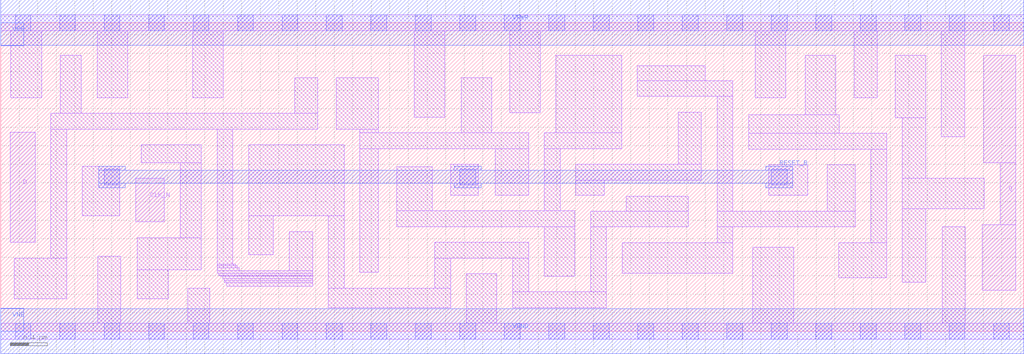
<source format=lef>
# Copyright 2020 The SkyWater PDK Authors
#
# Licensed under the Apache License, Version 2.0 (the "License");
# you may not use this file except in compliance with the License.
# You may obtain a copy of the License at
#
#     https://www.apache.org/licenses/LICENSE-2.0
#
# Unless required by applicable law or agreed to in writing, software
# distributed under the License is distributed on an "AS IS" BASIS,
# WITHOUT WARRANTIES OR CONDITIONS OF ANY KIND, either express or implied.
# See the License for the specific language governing permissions and
# limitations under the License.
#
# SPDX-License-Identifier: Apache-2.0

VERSION 5.5 ;
NAMESCASESENSITIVE ON ;
BUSBITCHARS "[]" ;
DIVIDERCHAR "/" ;
MACRO sky130_fd_sc_hs__dfrtn_1
  CLASS CORE ;
  SOURCE USER ;
  ORIGIN  0.000000  0.000000 ;
  SIZE  11.04000 BY  3.330000 ;
  SYMMETRY X Y R90 ;
  SITE unit ;
  PIN D
    ANTENNAGATEAREA  0.126000 ;
    DIRECTION INPUT ;
    USE SIGNAL ;
    PORT
      LAYER li1 ;
        RECT 0.105000 0.960000 0.370000 2.150000 ;
    END
  END D
  PIN Q
    ANTENNADIFFAREA  0.533800 ;
    DIRECTION OUTPUT ;
    USE SIGNAL ;
    PORT
      LAYER li1 ;
        RECT 10.590000 0.440000 10.955000 1.150000 ;
        RECT 10.605000 1.820000 10.955000 2.980000 ;
        RECT 10.785000 1.150000 10.955000 1.820000 ;
    END
  END Q
  PIN RESET_B
    ANTENNAGATEAREA  0.378000 ;
    DIRECTION INPUT ;
    USE SIGNAL ;
    PORT
      LAYER met1 ;
        RECT 1.055000 1.550000 1.345000 1.595000 ;
        RECT 1.055000 1.595000 8.545000 1.735000 ;
        RECT 1.055000 1.735000 1.345000 1.780000 ;
        RECT 4.895000 1.550000 5.185000 1.595000 ;
        RECT 4.895000 1.735000 5.185000 1.780000 ;
        RECT 8.255000 1.550000 8.545000 1.595000 ;
        RECT 8.255000 1.735000 8.545000 1.780000 ;
    END
  END RESET_B
  PIN CLK_N
    ANTENNAGATEAREA  0.261000 ;
    DIRECTION INPUT ;
    USE CLOCK ;
    PORT
      LAYER li1 ;
        RECT 1.455000 1.180000 1.765000 1.650000 ;
    END
  END CLK_N
  PIN VGND
    DIRECTION INOUT ;
    USE GROUND ;
    PORT
      LAYER met1 ;
        RECT 0.000000 -0.245000 11.040000 0.245000 ;
    END
  END VGND
  PIN VNB
    DIRECTION INOUT ;
    USE GROUND ;
    PORT
      LAYER met1 ;
        RECT 0.000000 0.000000 0.250000 0.250000 ;
    END
  END VNB
  PIN VPB
    DIRECTION INOUT ;
    USE POWER ;
    PORT
      LAYER met1 ;
        RECT 0.000000 3.080000 0.250000 3.330000 ;
    END
  END VPB
  PIN VPWR
    DIRECTION INOUT ;
    USE POWER ;
    PORT
      LAYER met1 ;
        RECT 0.000000 3.085000 11.040000 3.575000 ;
    END
  END VPWR
  OBS
    LAYER li1 ;
      RECT  0.000000 -0.085000 11.040000 0.085000 ;
      RECT  0.000000  3.245000 11.040000 3.415000 ;
      RECT  0.110000  2.520000  0.440000 3.245000 ;
      RECT  0.145000  0.350000  0.710000 0.790000 ;
      RECT  0.540000  0.790000  0.710000 2.180000 ;
      RECT  0.540000  2.180000  3.420000 2.350000 ;
      RECT  0.640000  2.350000  0.870000 2.980000 ;
      RECT  0.880000  1.245000  1.285000 1.780000 ;
      RECT  1.040000  2.520000  1.370000 3.245000 ;
      RECT  1.045000  0.085000  1.295000 0.810000 ;
      RECT  1.475000  0.350000  1.805000 0.665000 ;
      RECT  1.475000  0.665000  2.165000 1.010000 ;
      RECT  1.515000  1.820000  2.165000 2.010000 ;
      RECT  1.935000  1.010000  2.165000 1.820000 ;
      RECT  2.020000  0.085000  2.255000 0.465000 ;
      RECT  2.070000  2.520000  2.400000 3.245000 ;
      RECT  2.335000  0.625000  3.365000 0.655000 ;
      RECT  2.335000  0.655000  2.575000 0.685000 ;
      RECT  2.335000  0.685000  2.550000 0.705000 ;
      RECT  2.335000  0.705000  2.535000 0.725000 ;
      RECT  2.335000  0.725000  2.505000 2.180000 ;
      RECT  2.355000  0.605000  3.365000 0.625000 ;
      RECT  2.370000  0.595000  3.365000 0.605000 ;
      RECT  2.395000  0.565000  3.365000 0.595000 ;
      RECT  2.410000  0.545000  3.365000 0.565000 ;
      RECT  2.415000  0.525000  3.365000 0.545000 ;
      RECT  2.440000  0.485000  3.365000 0.525000 ;
      RECT  2.675000  0.825000  2.940000 1.245000 ;
      RECT  2.675000  1.245000  3.705000 2.010000 ;
      RECT  3.115000  0.655000  3.365000 1.075000 ;
      RECT  3.170000  2.350000  3.420000 2.735000 ;
      RECT  3.535000  0.255000  4.855000 0.465000 ;
      RECT  3.535000  0.465000  3.705000 1.245000 ;
      RECT  3.620000  2.180000  4.075000 2.735000 ;
      RECT  3.875000  0.635000  4.075000 1.970000 ;
      RECT  3.875000  1.970000  5.695000 2.140000 ;
      RECT  3.875000  2.140000  4.075000 2.180000 ;
      RECT  4.275000  1.130000  6.195000 1.300000 ;
      RECT  4.275000  1.300000  4.655000 1.775000 ;
      RECT  4.460000  2.310000  4.790000 3.245000 ;
      RECT  4.685000  0.465000  4.855000 0.790000 ;
      RECT  4.685000  0.790000  5.695000 0.960000 ;
      RECT  4.855000  1.470000  5.155000 1.800000 ;
      RECT  4.970000  2.140000  5.300000 2.735000 ;
      RECT  5.025000  0.085000  5.355000 0.620000 ;
      RECT  5.335000  1.470000  5.695000 1.970000 ;
      RECT  5.490000  2.360000  5.820000 3.245000 ;
      RECT  5.525000  0.255000  6.535000 0.425000 ;
      RECT  5.525000  0.425000  5.695000 0.790000 ;
      RECT  5.865000  0.595000  6.195000 1.130000 ;
      RECT  5.865000  1.300000  6.035000 1.970000 ;
      RECT  5.865000  1.970000  6.700000 2.140000 ;
      RECT  5.990000  2.140000  6.700000 2.980000 ;
      RECT  6.205000  1.470000  6.510000 1.630000 ;
      RECT  6.205000  1.630000  7.560000 1.800000 ;
      RECT  6.365000  0.425000  6.535000 1.125000 ;
      RECT  6.365000  1.125000  7.420000 1.295000 ;
      RECT  6.705000  0.625000  7.900000 0.955000 ;
      RECT  6.750000  1.295000  7.420000 1.455000 ;
      RECT  6.870000  2.535000  7.900000 2.705000 ;
      RECT  6.870000  2.705000  7.600000 2.865000 ;
      RECT  7.310000  1.800000  7.560000 2.365000 ;
      RECT  7.730000  0.955000  7.900000 1.125000 ;
      RECT  7.730000  1.125000  9.220000 1.295000 ;
      RECT  7.730000  1.295000  7.900000 2.535000 ;
      RECT  8.070000  1.965000  9.560000 2.135000 ;
      RECT  8.070000  2.135000  9.050000 2.335000 ;
      RECT  8.115000  0.085000  8.555000 0.905000 ;
      RECT  8.140000  2.520000  8.470000 3.245000 ;
      RECT  8.285000  1.465000  8.710000 1.795000 ;
      RECT  8.680000  2.335000  9.010000 2.980000 ;
      RECT  8.920000  1.295000  9.220000 1.795000 ;
      RECT  9.045000  0.575000  9.560000 0.955000 ;
      RECT  9.210000  2.520000  9.460000 3.245000 ;
      RECT  9.390000  0.955000  9.560000 1.965000 ;
      RECT  9.650000  2.305000  9.980000 2.980000 ;
      RECT  9.730000  0.530000  9.980000 1.320000 ;
      RECT  9.730000  1.320000 10.615000 1.650000 ;
      RECT  9.730000  1.650000  9.980000 2.305000 ;
      RECT 10.150000  2.100000 10.400000 3.245000 ;
      RECT 10.160000  0.085000 10.410000 1.130000 ;
    LAYER mcon ;
      RECT  0.155000 -0.085000  0.325000 0.085000 ;
      RECT  0.155000  3.245000  0.325000 3.415000 ;
      RECT  0.635000 -0.085000  0.805000 0.085000 ;
      RECT  0.635000  3.245000  0.805000 3.415000 ;
      RECT  1.115000 -0.085000  1.285000 0.085000 ;
      RECT  1.115000  1.580000  1.285000 1.750000 ;
      RECT  1.115000  3.245000  1.285000 3.415000 ;
      RECT  1.595000 -0.085000  1.765000 0.085000 ;
      RECT  1.595000  3.245000  1.765000 3.415000 ;
      RECT  2.075000 -0.085000  2.245000 0.085000 ;
      RECT  2.075000  3.245000  2.245000 3.415000 ;
      RECT  2.555000 -0.085000  2.725000 0.085000 ;
      RECT  2.555000  3.245000  2.725000 3.415000 ;
      RECT  3.035000 -0.085000  3.205000 0.085000 ;
      RECT  3.035000  3.245000  3.205000 3.415000 ;
      RECT  3.515000 -0.085000  3.685000 0.085000 ;
      RECT  3.515000  3.245000  3.685000 3.415000 ;
      RECT  3.995000 -0.085000  4.165000 0.085000 ;
      RECT  3.995000  3.245000  4.165000 3.415000 ;
      RECT  4.475000 -0.085000  4.645000 0.085000 ;
      RECT  4.475000  3.245000  4.645000 3.415000 ;
      RECT  4.955000 -0.085000  5.125000 0.085000 ;
      RECT  4.955000  1.580000  5.125000 1.750000 ;
      RECT  4.955000  3.245000  5.125000 3.415000 ;
      RECT  5.435000 -0.085000  5.605000 0.085000 ;
      RECT  5.435000  3.245000  5.605000 3.415000 ;
      RECT  5.915000 -0.085000  6.085000 0.085000 ;
      RECT  5.915000  3.245000  6.085000 3.415000 ;
      RECT  6.395000 -0.085000  6.565000 0.085000 ;
      RECT  6.395000  3.245000  6.565000 3.415000 ;
      RECT  6.875000 -0.085000  7.045000 0.085000 ;
      RECT  6.875000  3.245000  7.045000 3.415000 ;
      RECT  7.355000 -0.085000  7.525000 0.085000 ;
      RECT  7.355000  3.245000  7.525000 3.415000 ;
      RECT  7.835000 -0.085000  8.005000 0.085000 ;
      RECT  7.835000  3.245000  8.005000 3.415000 ;
      RECT  8.315000 -0.085000  8.485000 0.085000 ;
      RECT  8.315000  1.580000  8.485000 1.750000 ;
      RECT  8.315000  3.245000  8.485000 3.415000 ;
      RECT  8.795000 -0.085000  8.965000 0.085000 ;
      RECT  8.795000  3.245000  8.965000 3.415000 ;
      RECT  9.275000 -0.085000  9.445000 0.085000 ;
      RECT  9.275000  3.245000  9.445000 3.415000 ;
      RECT  9.755000 -0.085000  9.925000 0.085000 ;
      RECT  9.755000  3.245000  9.925000 3.415000 ;
      RECT 10.235000 -0.085000 10.405000 0.085000 ;
      RECT 10.235000  3.245000 10.405000 3.415000 ;
      RECT 10.715000 -0.085000 10.885000 0.085000 ;
      RECT 10.715000  3.245000 10.885000 3.415000 ;
  END
END sky130_fd_sc_hs__dfrtn_1
END LIBRARY

</source>
